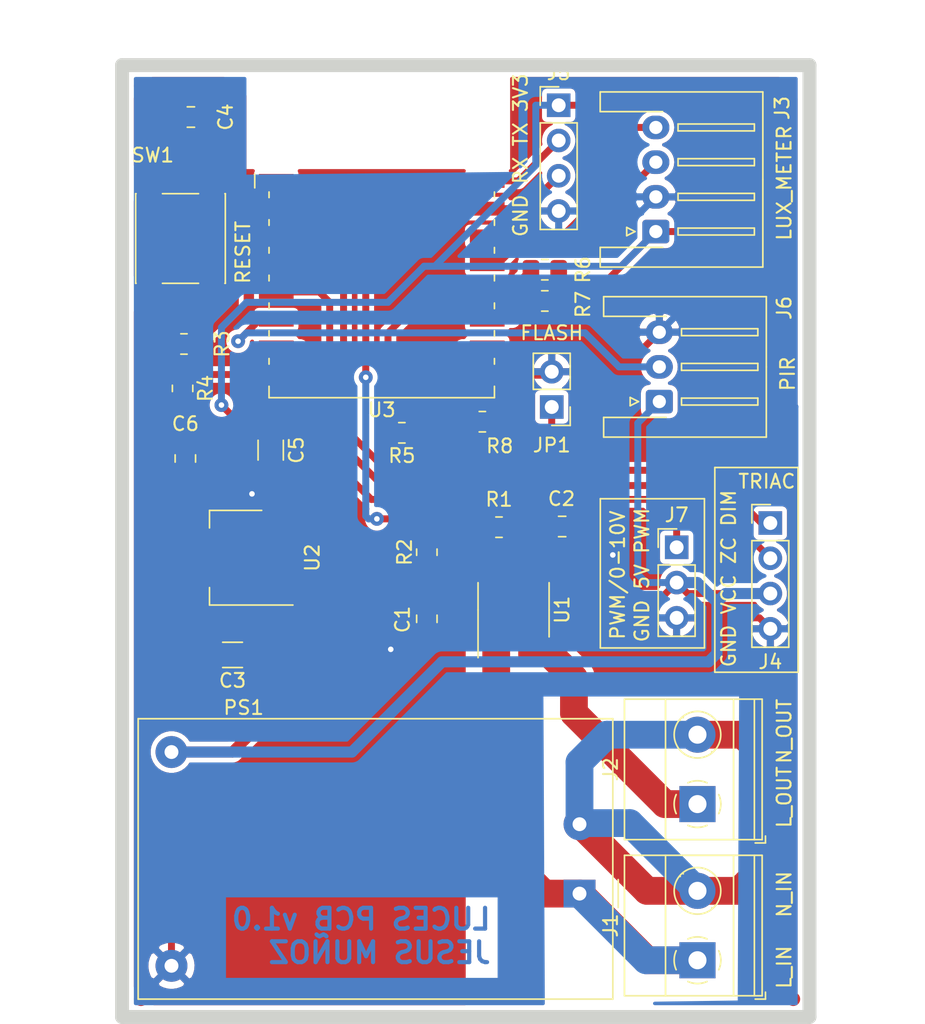
<source format=kicad_pcb>
(kicad_pcb (version 20171130) (host pcbnew "(5.1.10)-1")
  (layers (0 F.Cu signal hide) (31 B.Cu signal) (34 B.Paste user) (35 F.Paste user) (36 B.SilkS user) (37 F.SilkS user) (38 B.Mask user) (39 F.Mask user) (44 Edge.Cuts user))
  (net 0 "")
  (net 1 /N_in)
  (net 2 /L_in)
  (net 3 Earth)
  (net 4 "Net-(R1-Pad1)")
  (net 5 +5V)
  (net 6 "Net-(R1-Pad2)")
  (net 7 /SCL)
  (net 8 /SDA)
  (net 9 +3V3)
  (net 10 "Net-(C4-Pad1)")
  (net 11 /PIR)
  (net 12 "Net-(R3-Pad2)")
  (net 13 "Net-(R5-Pad2)")
  (net 14 "Net-(R7-Pad1)")
  (net 15 "Net-(C2-Pad1)")
  (net 16 "Net-(J2-Pad1)")
  (net 17 "Net-(J5-Pad2)")
  (net 18 "Net-(J5-Pad3)")
  (net 19 "Net-(JP1-Pad1)")
  (net 20 /ZC)
  (net 21 /PWM)
  (net 22 /DIM)
  (net 23 "Net-(R8-Pad1)")
  (module Capacitor_SMD:C_1206_3216Metric (layer F.Cu) (at -14.05 -6.55 270)
    (fp_text reference C5 (at 0 -1.85 90) (layer F.SilkS))
    (fp_text value C10uF)
    (pad 2 smd roundrect (at 1.475 0 270) (size 1.15 1.8) (layers F.Cu F.Paste F.Mask) (roundrect_rratio 0.2173904347826087) (net 3 Earth))
    (pad 1 smd roundrect (at -1.475 0 270) (size 1.15 1.8) (layers F.Cu F.Paste F.Mask) (roundrect_rratio 0.2173904347826087) (net 9 +3V3))
  )
  (module Resistor_SMD:R_0805_2012Metric_Pad1.20x1.40mm_HandSolder (layer F.Cu) (at 1.2 -8.6)
    (fp_text reference R8 (at 1.25 1.75) (layer F.SilkS))
    (fp_text value 12K)
    (pad 1 smd roundrect (at -1 0) (size 1.2 1.4) (layers F.Cu F.Paste F.Mask) (roundrect_rratio 0.2083325) (net 23 "Net-(R8-Pad1)"))
    (pad 2 smd roundrect (at 1 0) (size 1.2 1.4) (layers F.Cu F.Paste F.Mask) (roundrect_rratio 0.2083325) (net 3 Earth))
  )
  (module Connector_PinHeader_2.54mm:PinHeader_1x03_P2.54mm_Vertical (layer F.Cu) (at 15.2 0.45)
    (fp_text reference J7 (at 0 -2.33) (layer F.SilkS))
    (fp_text value PWM/0-10V)
    (pad 3 thru_hole oval (at 0 5.08) (size 1.7 1.7) (drill 1) (layers *.Cu *.Mask) (net 3 Earth))
    (pad 2 thru_hole oval (at 0 2.54) (size 1.7 1.7) (drill 1) (layers *.Cu *.Mask) (net 5 +5V))
    (pad 1 thru_hole rect (at 0 0) (size 1.7 1.7) (drill 1) (layers *.Cu *.Mask) (net 21 /PWM))
  )
  (module Connector_PinHeader_2.54mm:PinHeader_1x04_P2.54mm_Vertical (layer F.Cu) (at 21.95 -1.3)
    (fp_text reference J4 (at 0 10) (layer F.SilkS))
    (fp_text value TRIAC)
    (pad 4 thru_hole oval (at 0 7.62) (size 1.7 1.7) (drill 1) (layers *.Cu *.Mask) (net 3 Earth))
    (pad 3 thru_hole oval (at 0 5.08) (size 1.7 1.7) (drill 1) (layers *.Cu *.Mask) (net 5 +5V))
    (pad 2 thru_hole oval (at 0 2.54) (size 1.7 1.7) (drill 1) (layers *.Cu *.Mask) (net 20 /ZC))
    (pad 1 thru_hole rect (at 0 0) (size 1.7 1.7) (drill 1) (layers *.Cu *.Mask) (net 22 /DIM))
  )
  (module LUCES:ESP-12 (layer F.Cu) (at -6.05 -21.05)
    (fp_text reference U3 (at 0 11.6) (layer F.SilkS))
    (fp_text value ESP-12)
    (pad 16 smd rect (at 7.6 -4.9) (size 2.5 1) (layers F.Cu F.Paste F.Mask) (net 17 "Net-(J5-Pad2)"))
    (pad 15 smd rect (at 7.6 -2.9) (size 2.5 1) (layers F.Cu F.Paste F.Mask) (net 18 "Net-(J5-Pad3)"))
    (pad 14 smd rect (at 7.6 -0.9) (size 2.5 1) (layers F.Cu F.Paste F.Mask) (net 7 /SCL))
    (pad 13 smd rect (at 7.6 1.1) (size 2.5 1) (layers F.Cu F.Paste F.Mask) (net 8 /SDA))
    (pad 12 smd rect (at 7.6 3.1) (size 2.5 1) (layers F.Cu F.Paste F.Mask) (net 13 "Net-(R5-Pad2)"))
    (pad 11 smd rect (at 7.6 5.1) (size 2.5 1) (layers F.Cu F.Paste F.Mask) (net 14 "Net-(R7-Pad1)"))
    (pad 10 smd rect (at 7.6 7.1) (size 2.5 1) (layers F.Cu F.Paste F.Mask) (net 23 "Net-(R8-Pad1)"))
    (pad 9 smd rect (at 7.6 9.1) (size 2.5 1) (layers F.Cu F.Paste F.Mask) (net 3 Earth))
    (pad 8 smd rect (at -7.6 9.1) (size 2.5 1) (layers F.Cu F.Paste F.Mask) (net 9 +3V3))
    (pad 7 smd rect (at -7.6 7.1) (size 2.5 1) (layers F.Cu F.Paste F.Mask) (net 21 /PWM))
    (pad 6 smd rect (at -7.6 5.1) (size 2.5 1) (layers F.Cu F.Paste F.Mask) (net 11 /PIR))
    (pad 5 smd rect (at -7.6 3.1) (size 2.5 1) (layers F.Cu F.Paste F.Mask) (net 20 /ZC))
    (pad 4 smd rect (at -7.6 1.1) (size 2.5 1) (layers F.Cu F.Paste F.Mask) (net 22 /DIM))
    (pad 3 smd rect (at -7.6 -0.9) (size 2.5 1) (layers F.Cu F.Paste F.Mask) (net 12 "Net-(R3-Pad2)"))
    (pad 2 smd rect (at -7.6 -2.9) (size 2.5 1) (layers F.Cu F.Paste F.Mask) (net 4 "Net-(R1-Pad1)"))
    (pad 1 smd rect (at -7.6 -4.9) (size 2.5 1) (layers F.Cu F.Paste F.Mask) (net 10 "Net-(C4-Pad1)"))
  )
  (module Converter_ACDC:Converter_ACDC_HiLink_HLK-PMxx (layer F.Cu) (at 8.2 25.4 180)
    (fp_text reference PS1 (at 24.2 13.4 180) (layer F.SilkS))
    (fp_text value HLK-PM01)
    (pad 4 thru_hole circle (at 29.4 10.2 180) (size 2.3 2.3) (drill 1) (layers *.Cu *.Mask) (net 5 +5V))
    (pad 2 thru_hole circle (at 0 5 180) (size 2.3 2.3) (drill 1) (layers *.Cu *.Mask) (net 1 /N_in))
    (pad 1 thru_hole rect (at 0 0 180) (size 2.3 2) (drill 1) (layers *.Cu *.Mask) (net 2 /L_in))
    (pad 3 thru_hole circle (at 29.4 -5.2 180) (size 2.3 2.3) (drill 1) (layers *.Cu *.Mask) (net 3 Earth))
  )
  (module Connector_PinHeader_2.54mm:PinHeader_1x02_P2.54mm_Vertical (layer F.Cu) (at 6.2 -9.66 180)
    (fp_text reference JP1 (at 0 -2.75) (layer F.SilkS))
    (fp_text value Jumper_2_Open)
    (pad 2 thru_hole oval (at 0 2.54 180) (size 1.7 1.7) (drill 1) (layers *.Cu *.Mask) (net 3 Earth))
    (pad 1 thru_hole rect (at 0 0 180) (size 1.7 1.7) (drill 1) (layers *.Cu *.Mask) (net 19 "Net-(JP1-Pad1)"))
  )
  (module Capacitor_SMD:C_0805_2012Metric (layer F.Cu) (at -20.2 -5.95 270)
    (fp_text reference C6 (at -2.5 0) (layer F.SilkS))
    (fp_text value 100uF)
    (pad 2 smd roundrect (at 0.95 0 270) (size 1 1.45) (layers F.Cu F.Paste F.Mask) (net 3 Earth))
    (pad 1 smd roundrect (at -0.95 0 270) (size 1 1.45) (layers F.Cu F.Paste F.Mask) (net 9 +3V3))
  )
  (module Capacitor_SMD:C_0805_2012Metric (layer F.Cu) (at -19.8 -30.55 180)
    (fp_text reference C4 (at -2.5 0 90) (layer F.SilkS))
    (fp_text value 470pF)
    (pad 2 smd roundrect (at 0.95 0 180) (size 1 1.45) (layers F.Cu F.Paste F.Mask) (net 3 Earth))
    (pad 1 smd roundrect (at -0.95 0 180) (size 1 1.45) (layers F.Cu F.Paste F.Mask) (net 10 "Net-(C4-Pad1)"))
  )
  (module Capacitor_SMD:C_1206_3216Metric (layer F.Cu) (at -16.8 8.2 180)
    (fp_text reference C3 (at 0 -1.85) (layer F.SilkS))
    (fp_text value 10uF)
    (pad 2 smd roundrect (at 1.475 0 180) (size 1.15 1.8) (layers F.Cu F.Paste F.Mask) (roundrect_rratio 0.2173904347826087) (net 3 Earth))
    (pad 1 smd roundrect (at -1.475 0 180) (size 1.15 1.8) (layers F.Cu F.Paste F.Mask) (roundrect_rratio 0.2173904347826087) (net 5 +5V))
  )
  (module Capacitor_SMD:C_0805_2012Metric (layer F.Cu) (at 6.95 -1.05)
    (fp_text reference C2 (at -0.05 -2) (layer F.SilkS))
    (fp_text value 1nF)
    (pad 2 smd roundrect (at 0.95 0) (size 1 1.45) (layers F.Cu F.Paste F.Mask) (net 3 Earth))
    (pad 1 smd roundrect (at -0.95 0) (size 1 1.45) (layers F.Cu F.Paste F.Mask) (net 15 "Net-(C2-Pad1)"))
  )
  (module Capacitor_SMD:C_0805_2012Metric (layer F.Cu) (at -2.8 5.6 270)
    (fp_text reference C1 (at 0.05 1.75 90) (layer F.SilkS))
    (fp_text value 0.1uF)
    (pad 2 smd roundrect (at 0.95 0 270) (size 1 1.45) (layers F.Cu F.Paste F.Mask) (net 3 Earth))
    (pad 1 smd roundrect (at -0.95 0 270) (size 1 1.45) (layers F.Cu F.Paste F.Mask) (net 5 +5V))
  )
  (module Package_TO_SOT_SMD:SOT-223-3_TabPin2 (layer F.Cu) (at -16.55 1.2 180)
    (fp_text reference U2 (at -5.5 0 90) (layer F.SilkS))
    (fp_text value AMS1117-3.3)
    (pad 1 smd rect (at -3.15 -2.3 180) (size 2 1.5) (layers F.Cu F.Paste F.Mask) (net 3 Earth))
    (pad 3 smd rect (at -3.15 2.3 180) (size 2 1.5) (layers F.Cu F.Paste F.Mask) (net 5 +5V))
    (pad 2 smd rect (at -3.15 0 180) (size 2 1.5) (layers F.Cu F.Paste F.Mask) (net 9 +3V3))
    (pad 2 smd rect (at 3.15 0 180) (size 2 3.8) (layers F.Cu F.Paste F.Mask) (net 9 +3V3))
  )
  (module TerminalBlock_Phoenix:TerminalBlock_Phoenix_MKDS-1,5-2_1x02_P5.00mm_Horizontal (layer F.Cu) (at 16.7 18.95 90)
    (fp_text reference J2 (at 2.5 -6.26 90) (layer F.SilkS))
    (fp_text value Screw_Terminal_01x02)
    (pad 2 thru_hole circle (at 5 0 90) (size 2.6 2.6) (drill 1.3) (layers *.Cu *.Mask) (net 1 /N_in))
    (pad 1 thru_hole rect (at 0 0 90) (size 2.6 2.6) (drill 1.3) (layers *.Cu *.Mask) (net 16 "Net-(J2-Pad1)"))
  )
  (module Button_Switch_SMD:SW_SPST_PTS645 (layer F.Cu) (at -20.55 -21.8 90)
    (fp_text reference SW1 (at 6 -2 180) (layer F.SilkS))
    (fp_text value RESET)
    (pad 2 smd rect (at 3.98 2.25 90) (size 1.55 1.3) (layers F.Cu F.Paste F.Mask) (net 10 "Net-(C4-Pad1)"))
    (pad 1 smd rect (at 3.98 -2.25 90) (size 1.55 1.3) (layers F.Cu F.Paste F.Mask) (net 3 Earth))
    (pad 1 smd rect (at -3.98 -2.25 90) (size 1.55 1.3) (layers F.Cu F.Paste F.Mask) (net 3 Earth))
    (pad 2 smd rect (at -3.98 2.25 90) (size 1.55 1.3) (layers F.Cu F.Paste F.Mask) (net 10 "Net-(C4-Pad1)"))
  )
  (module Connector_PinHeader_2.54mm:PinHeader_1x04_P2.54mm_Vertical (layer F.Cu) (at 6.7 -31.4)
    (fp_text reference J5 (at 0 -2.33) (layer F.SilkS))
    (fp_text value SERIAL)
    (pad 4 thru_hole oval (at 0 7.62) (size 1.7 1.7) (drill 1) (layers *.Cu *.Mask) (net 3 Earth))
    (pad 3 thru_hole oval (at 0 5.08) (size 1.7 1.7) (drill 1) (layers *.Cu *.Mask) (net 18 "Net-(J5-Pad3)"))
    (pad 2 thru_hole oval (at 0 2.54) (size 1.7 1.7) (drill 1) (layers *.Cu *.Mask) (net 17 "Net-(J5-Pad2)"))
    (pad 1 thru_hole rect (at 0 0) (size 1.7 1.7) (drill 1) (layers *.Cu *.Mask) (net 9 +3V3))
  )
  (module Package_SO:SOIC-8_3.9x4.9mm_P1.27mm (layer F.Cu) (at 3.45 4.95 90)
    (fp_text reference U1 (at 0 3.5 90) (layer F.SilkS))
    (fp_text value ACS712xLCTR-05B)
    (pad 8 smd roundrect (at 2.475 -1.905 90) (size 1.95 0.6) (layers F.Cu F.Paste F.Mask) (net 5 +5V))
    (pad 7 smd roundrect (at 2.475 -0.635 90) (size 1.95 0.6) (layers F.Cu F.Paste F.Mask) (net 6 "Net-(R1-Pad2)"))
    (pad 6 smd roundrect (at 2.475 0.635 90) (size 1.95 0.6) (layers F.Cu F.Paste F.Mask) (net 15 "Net-(C2-Pad1)"))
    (pad 5 smd roundrect (at 2.475 1.905 90) (size 1.95 0.6) (layers F.Cu F.Paste F.Mask) (net 3 Earth))
    (pad 4 smd roundrect (at -2.475 1.905 90) (size 1.95 0.6) (layers F.Cu F.Paste F.Mask) (net 16 "Net-(J2-Pad1)"))
    (pad 3 smd roundrect (at -2.475 0.635 90) (size 1.95 0.6) (layers F.Cu F.Paste F.Mask) (net 16 "Net-(J2-Pad1)"))
    (pad 2 smd roundrect (at -2.475 -0.635 90) (size 1.95 0.6) (layers F.Cu F.Paste F.Mask) (net 2 /L_in))
    (pad 1 smd roundrect (at -2.475 -1.905 90) (size 1.95 0.6) (layers F.Cu F.Paste F.Mask) (net 2 /L_in))
  )
  (module Connector_JST:JST_XH_S3B-XH-A-1_1x03_P2.50mm_Horizontal (layer F.Cu) (at 13.95 -10.05 90)
    (fp_text reference J6 (at 6.75 9 90) (layer F.SilkS))
    (fp_text value PIR)
    (pad 3 thru_hole oval (at 5 0 90) (size 1.7 1.95) (drill 0.95) (layers *.Cu *.Mask) (net 3 Earth))
    (pad 2 thru_hole oval (at 2.5 0 90) (size 1.7 1.95) (drill 0.95) (layers *.Cu *.Mask) (net 11 /PIR))
    (pad 1 thru_hole roundrect (at 0 0 90) (size 1.7 1.95) (drill 0.95) (layers *.Cu *.Mask) (roundrect_rratio 0.1470588235294118) (net 5 +5V))
  )
  (module TerminalBlock_Phoenix:TerminalBlock_Phoenix_MKDS-1,5-2_1x02_P5.00mm_Horizontal (layer F.Cu) (at 16.7 30.2 90)
    (fp_text reference J1 (at 2.5 -6.26 90) (layer F.SilkS))
    (fp_text value Screw_Terminal_01x02)
    (pad 2 thru_hole circle (at 5 0 90) (size 2.6 2.6) (drill 1.3) (layers *.Cu *.Mask) (net 1 /N_in))
    (pad 1 thru_hole rect (at 0 0 90) (size 2.6 2.6) (drill 1.3) (layers *.Cu *.Mask) (net 2 /L_in))
  )
  (module Connector_JST:JST_XH_S4B-XH-A-1_1x04_P2.50mm_Horizontal (layer F.Cu) (at 13.7 -22.3 90)
    (fp_text reference J3 (at 8.9 9.1 270) (layer F.SilkS))
    (fp_text value LUX_meter)
    (pad 4 thru_hole oval (at 7.5 0 90) (size 1.7 1.95) (drill 0.95) (layers *.Cu *.Mask) (net 7 /SCL))
    (pad 3 thru_hole oval (at 5 0 90) (size 1.7 1.95) (drill 0.95) (layers *.Cu *.Mask) (net 8 /SDA))
    (pad 2 thru_hole oval (at 2.5 0 90) (size 1.7 1.95) (drill 0.95) (layers *.Cu *.Mask) (net 3 Earth))
    (pad 1 thru_hole roundrect (at 0 0 90) (size 1.7 1.95) (drill 0.95) (layers *.Cu *.Mask) (roundrect_rratio 0.1470588235294118) (net 9 +3V3))
  )
  (module Resistor_SMD:R_0805_2012Metric_Pad1.20x1.40mm_HandSolder (layer F.Cu) (at -2.8 0.8 270)
    (fp_text reference R2 (at 0 1.6 90) (layer F.SilkS))
    (fp_text value "100k(1%)")
    (pad 2 smd roundrect (at 1 0 270) (size 1.2 1.4) (layers F.Cu F.Paste F.Mask) (roundrect_rratio 0.2083325) (net 3 Earth))
    (pad 1 smd roundrect (at -1 0 270) (size 1.2 1.4) (layers F.Cu F.Paste F.Mask) (roundrect_rratio 0.2083325) (net 4 "Net-(R1-Pad1)"))
  )
  (module Resistor_SMD:R_0805_2012Metric_Pad1.20x1.40mm_HandSolder (layer F.Cu) (at 2.4 -1)
    (fp_text reference R1 (at 0 -2) (layer F.SilkS))
    (fp_text value "220k(1%)")
    (pad 2 smd roundrect (at 1 0) (size 1.2 1.4) (layers F.Cu F.Paste F.Mask) (roundrect_rratio 0.2083325) (net 6 "Net-(R1-Pad2)"))
    (pad 1 smd roundrect (at -1 0) (size 1.2 1.4) (layers F.Cu F.Paste F.Mask) (roundrect_rratio 0.2083325) (net 4 "Net-(R1-Pad1)"))
  )
  (module Resistor_SMD:R_0805_2012Metric_Pad1.20x1.40mm_HandSolder (layer F.Cu) (at -20.3 -14.2)
    (fp_text reference R3 (at 2.75 0 90) (layer F.SilkS))
    (fp_text value 12K)
    (pad 1 smd roundrect (at -1 0) (size 1.2 1.4) (layers F.Cu F.Paste F.Mask) (roundrect_rratio 0.2083325) (net 9 +3V3))
    (pad 2 smd roundrect (at 1 0) (size 1.2 1.4) (layers F.Cu F.Paste F.Mask) (roundrect_rratio 0.2083325) (net 12 "Net-(R3-Pad2)"))
  )
  (module Resistor_SMD:R_0805_2012Metric_Pad1.20x1.40mm_HandSolder (layer F.Cu) (at -20.4 -11 270)
    (fp_text reference R4 (at 0 -1.65 90) (layer F.SilkS))
    (fp_text value 12K)
    (pad 2 smd roundrect (at 1 0 270) (size 1.2 1.4) (layers F.Cu F.Paste F.Mask) (roundrect_rratio 0.2083325) (net 10 "Net-(C4-Pad1)"))
    (pad 1 smd roundrect (at -1 0 270) (size 1.2 1.4) (layers F.Cu F.Paste F.Mask) (roundrect_rratio 0.2083325) (net 9 +3V3))
  )
  (module Resistor_SMD:R_0805_2012Metric_Pad1.20x1.40mm_HandSolder (layer F.Cu) (at -4.6 -7.8 180)
    (fp_text reference R5 (at 0 -1.65) (layer F.SilkS))
    (fp_text value 470)
    (pad 2 smd roundrect (at 1 0 180) (size 1.2 1.4) (layers F.Cu F.Paste F.Mask) (roundrect_rratio 0.2083325) (net 13 "Net-(R5-Pad2)"))
    (pad 1 smd roundrect (at -1 0 180) (size 1.2 1.4) (layers F.Cu F.Paste F.Mask) (roundrect_rratio 0.2083325) (net 19 "Net-(JP1-Pad1)"))
  )
  (module Resistor_SMD:R_0805_2012Metric_Pad1.20x1.40mm_HandSolder (layer F.Cu) (at 5.7 -19.55)
    (fp_text reference R6 (at 2.75 0 90) (layer F.SilkS))
    (fp_text value 12K)
    (pad 2 smd roundrect (at 1 0) (size 1.2 1.4) (layers F.Cu F.Paste F.Mask) (roundrect_rratio 0.2083325) (net 9 +3V3))
    (pad 1 smd roundrect (at -1 0) (size 1.2 1.4) (layers F.Cu F.Paste F.Mask) (roundrect_rratio 0.2083325) (net 13 "Net-(R5-Pad2)"))
  )
  (module Resistor_SMD:R_0805_2012Metric_Pad1.20x1.40mm_HandSolder (layer F.Cu) (at 5.7 -17.3)
    (fp_text reference R7 (at 2.75 0.25 90) (layer F.SilkS))
    (fp_text value 12K)
    (pad 1 smd roundrect (at -1 0) (size 1.2 1.4) (layers F.Cu F.Paste F.Mask) (roundrect_rratio 0.2083325) (net 14 "Net-(R7-Pad1)"))
    (pad 2 smd roundrect (at 1 0) (size 1.2 1.4) (layers F.Cu F.Paste F.Mask) (roundrect_rratio 0.2083325) (net 9 +3V3))
  )
  (gr_circle (center 0.2 1) (end 0.45 1) (layer F.Cu) (width 0.5))
  (gr_circle (center -11.4 5) (end -11.15 5) (layer F.Cu) (width 0.5))
  (gr_circle (center -21.2 -3.2) (end -20.95 -3.2) (layer F.Cu) (width 0.5))
  (gr_circle (center 23.6 33) (end 23.85 33) (layer F.Cu) (width 0.5))
  (gr_circle (center -23.4 33) (end -23.15 33) (layer F.Cu) (width 0.5))
  (gr_circle (center -23.4 -32.8) (end -23.15 -32.8) (layer F.Cu) (width 0.5))
  (gr_circle (center 23.4 -32.8) (end 23.65 -32.8) (layer F.Cu) (width 0.5))
  (gr_circle (center 3.8 -9.6) (end 4.05 -9.6) (layer F.Cu) (width 0.5))
  (gr_circle (center -16.6 -32.8) (end -16.35 -32.8) (layer F.Cu) (width 0.5))
  (gr_line (start 9.7 -3.05) (end 17.2 -3.05) (layer F.SilkS) (width 0.12))
  (gr_line (start 17.2 7.7) (end 17.2 -3.05) (layer F.SilkS) (width 0.12))
  (gr_line (start 9.7 7.7) (end 17.2 7.7) (layer F.SilkS) (width 0.12))
  (gr_line (start 9.7 -3.05) (end 9.7 7.7) (layer F.SilkS) (width 0.12))
  (gr_line (start 23.95 -5.3) (end 17.95 -5.3) (layer F.SilkS) (width 0.12))
  (gr_line (start 23.95 9.45) (end 23.95 -5.3) (layer F.SilkS) (width 0.12))
  (gr_line (start 17.95 9.45) (end 23.95 9.45) (layer F.SilkS) (width 0.12))
  (gr_line (start 17.95 -5.3) (end 17.95 9.45) (layer F.SilkS) (width 0.12))
  (gr_text "GND 5V PWM" (at 12.7 2.45 90) (layer F.SilkS) (effects (font (size 1 1))))
  (gr_text "GND VCC ZC DIM" (at 18.95 2.7 90) (layer F.SilkS) (effects (font (size 1 1))))
  (gr_text PWM/0-10V (at 10.95 2.45 90) (layer F.SilkS) (effects (font (size 1 1))))
  (gr_text TRIAC (at 21.7 -4.3) (layer F.SilkS) (effects (font (size 1 1))))
  (gr_text PIR (at 23.2 -12.05 90) (layer F.SilkS) (effects (font (size 1 1))))
  (gr_text LUX_METER (at 22.95 -25.8 90) (layer F.SilkS) (effects (font (size 1 1))))
  (gr_text "GND RX TX 3V3" (at 3.95 -27.8 90) (layer F.SilkS) (effects (font (size 1 1))))
  (gr_text "LUCES PCB v1.0\nJESUS MUÑOZ" (at 1.95 28.45) (layer B.Cu) (effects (font (size 1.5 1.5) (thickness 0.3)) (justify left mirror)))
  (gr_text FLASH (at 6.2 -15) (layer F.SilkS) (effects (font (size 1 1))))
  (gr_text RESET (at -16.05 -20.8 90) (layer F.SilkS) (effects (font (size 1 1))))
  (gr_text N_OUT (at 22.95 13.7 90) (layer F.SilkS) (effects (font (size 1 1))))
  (gr_text L_OUT (at 22.95 18.45 90) (layer F.SilkS) (effects (font (size 1 1))))
  (gr_text N_IN (at 22.95 25.45 90) (layer F.SilkS) (effects (font (size 1 1))))
  (gr_text L_IN (at 22.95 30.7 90) (layer F.SilkS) (effects (font (size 1 1))))
  (gr_line (start 24.77 -34.29) (end 24.77 34.29) (layer Edge.Cuts) (width 1))
  (gr_line (start -24.76 -34.29) (end 24.77 -34.29) (layer Edge.Cuts) (width 1))
  (gr_line (start -24.76 34.29) (end -24.76 -34.29) (layer Edge.Cuts) (width 1))
  (gr_line (start 24.77 34.29) (end -24.76 34.29) (layer Edge.Cuts) (width 1))
  (segment (start 13.06 25.2) (end 8.26 20.4) (width 2) (layer F.Cu) (net 1))
  (segment (start 16.7 25.2) (end 13.06 25.2) (width 2) (layer F.Cu) (net 1))
  (segment (start 16.7 25.2) (end 19.7 25.2) (width 2) (layer F.Cu) (net 1))
  (segment (start 19.7 25.2) (end 21.45 23.45) (width 2) (layer F.Cu) (net 1))
  (segment (start 21.45 23.45) (end 21.45 15.45) (width 2) (layer F.Cu) (net 1))
  (segment (start 19.95 13.95) (end 16.7 13.95) (width 2) (layer F.Cu) (net 1))
  (segment (start 21.45 15.45) (end 19.95 13.95) (width 2) (layer F.Cu) (net 1))
  (segment (start 16.7 25.2) (end 11.82 20.32) (width 2) (layer B.Cu) (net 1))
  (segment (start 8.28 20.32) (end 8.2 20.4) (width 2) (layer B.Cu) (net 1))
  (segment (start 11.82 20.32) (end 8.28 20.32) (width 2) (layer B.Cu) (net 1))
  (segment (start 8.2 20.4) (end 8.2 15.93) (width 2) (layer B.Cu) (net 1))
  (segment (start 10.18 13.95) (end 16.7 13.95) (width 2) (layer B.Cu) (net 1))
  (segment (start 8.2 15.93) (end 10.18 13.95) (width 2) (layer B.Cu) (net 1))
  (segment (start 13.06 30.2) (end 16.7 30.2) (width 2) (layer F.Cu) (net 2))
  (segment (start 8.26 25.4) (end 13.06 30.2) (width 2) (layer F.Cu) (net 2))
  (segment (start 5.65 25.4) (end 8.26 25.4) (width 2) (layer F.Cu) (net 2))
  (segment (start 2.2 21.95) (end 5.65 25.4) (width 2) (layer F.Cu) (net 2))
  (segment (start 2.2 8) (end 2.2 21.95) (width 2) (layer F.Cu) (net 2))
  (segment (start 13 30.2) (end 8.2 25.4) (width 2) (layer B.Cu) (net 2))
  (segment (start 16.7 30.2) (end 13 30.2) (width 2) (layer B.Cu) (net 2))
  (segment (start 13.2 -15.05) (end 13.95 -15.05) (width 0.25) (layer F.Cu) (net 3))
  (segment (start -21.2 30.6) (end -21.2 21) (width 0.5) (layer F.Cu) (net 3))
  (segment (start -21.2 21) (end -23.6 18.6) (width 0.5) (layer F.Cu) (net 3))
  (segment (start -23.6 18.6) (end -23.6 12) (width 0.5) (layer F.Cu) (net 3))
  (segment (start -19.8 8.2) (end -18.275 8.2) (width 0.5) (layer F.Cu) (net 3))
  (segment (start -23.6 12) (end -19.8 8.2) (width 0.5) (layer F.Cu) (net 3))
  (segment (start -13.4 3.5) (end -16.9 3.5) (width 0.5) (layer F.Cu) (net 3))
  (segment (start -18.275 4.875) (end -18.275 8.2) (width 0.5) (layer F.Cu) (net 3))
  (segment (start -16.9 3.5) (end -18.275 4.875) (width 0.5) (layer F.Cu) (net 3))
  (segment (start -20 8.2) (end -18.275 8.2) (width 0.5) (layer F.Cu) (net 3))
  (segment (start -23 5.2) (end -20 8.2) (width 0.5) (layer F.Cu) (net 3))
  (segment (start -21.8 -5) (end -23 -3.8) (width 0.5) (layer F.Cu) (net 3))
  (segment (start -20.2 -5) (end -21.8 -5) (width 0.5) (layer F.Cu) (net 3))
  (segment (start 12.68 -23.78) (end 13.7 -24.8) (width 0.5) (layer B.Cu) (net 3))
  (segment (start 6.7 -23.78) (end 12.68 -23.78) (width 0.5) (layer B.Cu) (net 3))
  (segment (start 13.7 -24.8) (end 16 -24.8) (width 0.5) (layer B.Cu) (net 3))
  (segment (start 16 -24.8) (end 17.4 -23.4) (width 0.5) (layer B.Cu) (net 3))
  (segment (start 17.4 -18.5) (end 13.95 -15.05) (width 0.5) (layer B.Cu) (net 3))
  (segment (start 17.4 -23.4) (end 17.4 -18.5) (width 0.5) (layer B.Cu) (net 3))
  (segment (start 5.95 -11.95) (end 6.2 -12.2) (width 0.5) (layer F.Cu) (net 3))
  (segment (start 1.55 -11.95) (end 5.95 -11.95) (width 0.5) (layer F.Cu) (net 3))
  (segment (start 2.2 -11.3) (end 1.55 -11.95) (width 0.5) (layer F.Cu) (net 3))
  (segment (start 2.2 -8.6) (end 2.2 -11.3) (width 0.5) (layer F.Cu) (net 3))
  (segment (start 7.9 0.7) (end 7.9 -1.05) (width 0.5) (layer F.Cu) (net 3))
  (segment (start 6.125 2.475) (end 7.9 0.7) (width 0.5) (layer F.Cu) (net 3))
  (segment (start 5.355 2.475) (end 6.125 2.475) (width 0.5) (layer F.Cu) (net 3))
  (segment (start 21.16 5.53) (end 21.95 6.32) (width 0.5) (layer F.Cu) (net 3))
  (segment (start 15.2 5.53) (end 21.16 5.53) (width 0.5) (layer F.Cu) (net 3))
  (segment (start -20.75 -27.83) (end -22.8 -25.78) (width 0.5) (layer F.Cu) (net 3))
  (segment (start -20.75 -30.55) (end -20.75 -27.83) (width 0.5) (layer F.Cu) (net 3))
  (segment (start -22.8 -25.78) (end -22.8 -17.82) (width 0.5) (layer F.Cu) (net 3))
  (segment (start -22.8 -16.545) (end -23.4 -15.945) (width 0.5) (layer F.Cu) (net 3))
  (segment (start -22.8 -17.82) (end -22.8 -16.545) (width 0.5) (layer F.Cu) (net 3))
  (segment (start -23.4 -3.6) (end -23 -3.2) (width 0.5) (layer F.Cu) (net 3))
  (segment (start -23.4 -15.945) (end -23.4 -3.6) (width 0.5) (layer F.Cu) (net 3))
  (segment (start -23 -3.2) (end -23 5.2) (width 0.5) (layer F.Cu) (net 3))
  (segment (start -23 -3.8) (end -23 -3.2) (width 0.5) (layer F.Cu) (net 3))
  (segment (start -2.8 6.55) (end -2.8 8.6) (width 0.5) (layer F.Cu) (net 3))
  (segment (start -2.8 8.6) (end -5.6 11.4) (width 0.5) (layer F.Cu) (net 3))
  (segment (start -20.906446 21) (end -21.2 21) (width 0.5) (layer F.Cu) (net 3))
  (segment (start -11.306446 11.4) (end -20.906446 21) (width 0.5) (layer F.Cu) (net 3))
  (segment (start -5.6 11.4) (end -11.306446 11.4) (width 0.5) (layer F.Cu) (net 3))
  (segment (start -12.281002 -5.075) (end -14.05 -5.075) (width 0.5) (layer F.Cu) (net 3))
  (segment (start -5.406002 1.8) (end -12.281002 -5.075) (width 0.5) (layer F.Cu) (net 3))
  (segment (start -2.8 1.8) (end -5.406002 1.8) (width 0.5) (layer F.Cu) (net 3))
  (segment (start 11.1 -12.2) (end 13.95 -15.05) (width 0.5) (layer F.Cu) (net 3))
  (segment (start 6.2 -12.2) (end 11.1 -12.2) (width 0.5) (layer F.Cu) (net 3))
  (via (at 10.6 1) (size 1) (drill 0.4) (layers F.Cu B.Cu) (net 3))
  (segment (start 8.55 -1.05) (end 10.6 1) (width 0.5) (layer F.Cu) (net 3))
  (segment (start 7.9 -1.05) (end 8.55 -1.05) (width 0.5) (layer F.Cu) (net 3))
  (segment (start 10.6 1) (end 10.6 4.2) (width 0.5) (layer B.Cu) (net 3))
  (segment (start 11.93 5.53) (end 15.2 5.53) (width 0.5) (layer B.Cu) (net 3))
  (segment (start 10.6 4.2) (end 11.93 5.53) (width 0.5) (layer B.Cu) (net 3))
  (via (at -5.4 7.8) (size 1) (drill 0.4) (layers F.Cu B.Cu) (net 3))
  (segment (start -4.15 6.55) (end -5.4 7.8) (width 0.5) (layer F.Cu) (net 3))
  (segment (start -2.8 6.55) (end -4.15 6.55) (width 0.5) (layer F.Cu) (net 3))
  (segment (start 1.4 1) (end 10.6 1) (width 0.5) (layer B.Cu) (net 3))
  (segment (start -5.4 7.8) (end 1.4 1) (width 0.5) (layer B.Cu) (net 3))
  (via (at -15.4 -3.4) (size 1) (drill 0.4) (layers F.Cu B.Cu) (net 3))
  (segment (start -14.05 -4.75) (end -15.4 -3.4) (width 0.5) (layer F.Cu) (net 3))
  (segment (start -14.05 -5.075) (end -14.05 -4.75) (width 0.5) (layer F.Cu) (net 3))
  (segment (start -5.4 6.6) (end -5.4 7.8) (width 0.5) (layer B.Cu) (net 3))
  (segment (start -15.4 -3.4) (end -5.4 6.6) (width 0.5) (layer B.Cu) (net 3))
  (segment (start 18.35 -15.05) (end 13.95 -15.05) (width 0.5) (layer B.Cu) (net 3))
  (segment (start 23.71999 -9.68001) (end 18.35 -15.05) (width 0.5) (layer B.Cu) (net 3))
  (segment (start 23.71999 5.78001) (end 23.71999 -9.68001) (width 0.5) (layer B.Cu) (net 3))
  (segment (start 23.18 6.32) (end 23.71999 5.78001) (width 0.5) (layer B.Cu) (net 3))
  (segment (start 21.95 6.32) (end 23.18 6.32) (width 0.5) (layer B.Cu) (net 3))
  (segment (start -13.65 -23.95) (end -9.15 -23.95) (width 0.5) (layer F.Cu) (net 4))
  (segment (start -9.15 -23.95) (end -7.2 -22) (width 0.5) (layer F.Cu) (net 4))
  (segment (start -7.2 -22) (end -7.2 -11.8) (width 0.5) (layer F.Cu) (net 4))
  (via (at -7.2 -11.8) (size 1) (drill 0.4) (layers F.Cu B.Cu) (net 4))
  (segment (start -2 -1) (end -2.8 -0.2) (width 0.5) (layer F.Cu) (net 4))
  (segment (start 1.4 -1) (end -2 -1) (width 0.5) (layer F.Cu) (net 4))
  (via (at -6.4 -1.6) (size 1) (drill 0.4) (layers F.Cu B.Cu) (net 4))
  (segment (start -7 -1.6) (end -7.2 -1.8) (width 0.5) (layer B.Cu) (net 4))
  (segment (start -6.4 -1.6) (end -7 -1.6) (width 0.5) (layer B.Cu) (net 4))
  (segment (start -7.2 -1.8) (end -7.2 -11.8) (width 0.5) (layer B.Cu) (net 4))
  (segment (start -3.6 -0.2) (end -2.8 -0.2) (width 0.5) (layer F.Cu) (net 4))
  (segment (start -5 -1.6) (end -3.6 -0.2) (width 0.5) (layer F.Cu) (net 4))
  (segment (start -6.4 -1.6) (end -5 -1.6) (width 0.5) (layer F.Cu) (net 4))
  (segment (start 21.95 3.78) (end 15.99 3.78) (width 0.5) (layer F.Cu) (net 5))
  (segment (start 15.2 2.99) (end 15.99 3.78) (width 0.5) (layer F.Cu) (net 5))
  (segment (start 13.95 -10.05) (end 13.45 -10.05) (width 0.5) (layer F.Cu) (net 5))
  (segment (start 15.2 2.99) (end 12.99 2.99) (width 0.5) (layer B.Cu) (net 5))
  (segment (start 12.99 2.99) (end 12.4 2.4) (width 0.5) (layer B.Cu) (net 5))
  (segment (start 12.4 -8.5) (end 13.95 -10.05) (width 0.5) (layer B.Cu) (net 5))
  (segment (start 12.4 2.4) (end 12.4 -8.5) (width 0.5) (layer B.Cu) (net 5))
  (segment (start -21.2 15.2) (end -16.8 15.2) (width 0.8) (layer F.Cu) (net 5))
  (segment (start -15.325 13.725) (end -15.325 8.2) (width 0.8) (layer F.Cu) (net 5))
  (segment (start -16.8 15.2) (end -15.325 13.725) (width 0.8) (layer F.Cu) (net 5))
  (segment (start -15.325 8.2) (end -10.4 8.2) (width 0.8) (layer F.Cu) (net 5))
  (segment (start -6.85 4.65) (end -2.8 4.65) (width 0.8) (layer F.Cu) (net 5))
  (segment (start -10.4 8.2) (end -6.85 4.65) (width 0.8) (layer F.Cu) (net 5))
  (segment (start -13.4 -1.1) (end -10.5 -1.1) (width 0.8) (layer F.Cu) (net 5))
  (segment (start -6.85 2.55) (end -6.85 4.65) (width 0.8) (layer F.Cu) (net 5))
  (segment (start -10.5 -1.1) (end -6.85 2.55) (width 0.8) (layer F.Cu) (net 5))
  (segment (start 1.545 3.169966) (end 1.545 2.475) (width 0.5) (layer F.Cu) (net 5))
  (segment (start 2.500044 4.12501) (end 1.545 3.169966) (width 0.5) (layer F.Cu) (net 5))
  (segment (start 14.06499 4.12501) (end 2.500044 4.12501) (width 0.5) (layer F.Cu) (net 5))
  (segment (start 15.2 2.99) (end 14.06499 4.12501) (width 0.5) (layer F.Cu) (net 5))
  (segment (start -0.625 2.475) (end -2.8 4.65) (width 0.5) (layer F.Cu) (net 5))
  (segment (start 1.545 2.475) (end -0.625 2.475) (width 0.5) (layer F.Cu) (net 5))
  (segment (start 15.2 2.99) (end 15.69 2.99) (width 0.8) (layer B.Cu) (net 5))
  (segment (start -8.2 15.2) (end -21.2 15.2) (width 0.8) (layer B.Cu) (net 5))
  (segment (start 17.5 8.7) (end -1.7 8.7) (width 0.8) (layer B.Cu) (net 5))
  (segment (start 18.1 8.1) (end 17.5 8.7) (width 0.8) (layer B.Cu) (net 5))
  (segment (start 16.69 2.99) (end 18.1 4.4) (width 0.8) (layer B.Cu) (net 5))
  (segment (start -1.7 8.7) (end -8.2 15.2) (width 0.8) (layer B.Cu) (net 5))
  (segment (start 18.1 4.4) (end 18.1 8.1) (width 0.8) (layer B.Cu) (net 5))
  (segment (start 15.2 2.99) (end 16.69 2.99) (width 0.8) (layer B.Cu) (net 5))
  (segment (start 18.72 3.78) (end 18.1 4.4) (width 0.8) (layer B.Cu) (net 5))
  (segment (start 21.95 3.78) (end 18.72 3.78) (width 0.8) (layer B.Cu) (net 5))
  (segment (start 2.815 -0.415) (end 3.4 -1) (width 0.5) (layer F.Cu) (net 6))
  (segment (start 2.815 2.475) (end 2.815 -0.415) (width 0.5) (layer F.Cu) (net 6))
  (segment (start 13.7 -29.8) (end 11.8 -29.8) (width 0.5) (layer F.Cu) (net 7))
  (segment (start 11.8 -29.8) (end 9.8 -27.8) (width 0.5) (layer F.Cu) (net 7))
  (segment (start 6.942002 -21.95) (end 1.55 -21.95) (width 0.5) (layer F.Cu) (net 7))
  (segment (start 9.8 -24.807998) (end 6.942002 -21.95) (width 0.5) (layer F.Cu) (net 7))
  (segment (start 9.8 -27.8) (end 9.8 -24.807998) (width 0.5) (layer F.Cu) (net 7))
  (segment (start 7.54999 -21.14999) (end 13.7 -27.3) (width 0.5) (layer F.Cu) (net 8))
  (segment (start 3.49999 -21.14999) (end 7.54999 -21.14999) (width 0.5) (layer F.Cu) (net 8))
  (segment (start 2.3 -19.95) (end 3.49999 -21.14999) (width 0.5) (layer F.Cu) (net 8))
  (segment (start 1.55 -19.95) (end 2.3 -19.95) (width 0.5) (layer F.Cu) (net 8))
  (segment (start -19.7 1.2) (end -13.4 1.2) (width 0.5) (layer F.Cu) (net 9))
  (segment (start 6.7 -17.3) (end 6.7 -19.55) (width 0.5) (layer F.Cu) (net 9))
  (segment (start 8.7 -17.3) (end 13.7 -22.3) (width 0.5) (layer F.Cu) (net 9))
  (segment (start 6.7 -17.3) (end 8.7 -17.3) (width 0.5) (layer F.Cu) (net 9))
  (segment (start 16.1 -22.3) (end 13.7 -22.3) (width 0.5) (layer F.Cu) (net 9))
  (segment (start 18.4 -24.6) (end 16.1 -22.3) (width 0.5) (layer F.Cu) (net 9))
  (segment (start 18.4 -29.2) (end 18.4 -24.6) (width 0.5) (layer F.Cu) (net 9))
  (segment (start 15.6 -32) (end 18.4 -29.2) (width 0.5) (layer F.Cu) (net 9))
  (segment (start 9 -32) (end 15.6 -32) (width 0.5) (layer F.Cu) (net 9))
  (segment (start 8.4 -31.4) (end 9 -32) (width 0.5) (layer F.Cu) (net 9))
  (segment (start 6.7 -31.4) (end 8.4 -31.4) (width 0.5) (layer F.Cu) (net 9))
  (segment (start -13.7 -12) (end -13.65 -11.95) (width 0.5) (layer F.Cu) (net 9))
  (segment (start -20.4 -12) (end -13.7 -12) (width 0.5) (layer F.Cu) (net 9))
  (segment (start -20.4 -12) (end -21.2 -12) (width 0.5) (layer F.Cu) (net 9))
  (segment (start -21.2 -14.1) (end -21.3 -14.2) (width 0.5) (layer F.Cu) (net 9))
  (segment (start -21.2 -12) (end -21.2 -14.1) (width 0.5) (layer F.Cu) (net 9))
  (segment (start -14.05 -11.55) (end -13.65 -11.95) (width 0.5) (layer F.Cu) (net 9))
  (segment (start -14.05 -8.025) (end -14.05 -11.55) (width 0.5) (layer F.Cu) (net 9))
  (segment (start -15.175 -6.9) (end -14.05 -8.025) (width 0.5) (layer F.Cu) (net 9))
  (segment (start -20.2 -6.9) (end -15.175 -6.9) (width 0.5) (layer F.Cu) (net 9))
  (segment (start -19.7 -2.375) (end -15.175 -6.9) (width 0.5) (layer F.Cu) (net 9))
  (segment (start -19.7 1.2) (end -19.7 -2.375) (width 0.5) (layer F.Cu) (net 9))
  (via (at -17.6 -9.8) (size 1) (drill 0.4) (layers F.Cu B.Cu) (net 9))
  (segment (start -15.825 -8.025) (end -17.6 -9.8) (width 0.5) (layer F.Cu) (net 9))
  (segment (start -14.05 -8.025) (end -15.825 -8.025) (width 0.5) (layer F.Cu) (net 9))
  (segment (start -17.6 -9.8) (end -17.6 -15.4) (width 0.5) (layer B.Cu) (net 9))
  (segment (start -17.6 -15.4) (end -15.8 -17.2) (width 0.5) (layer B.Cu) (net 9))
  (segment (start -5.6 -17.2) (end -3 -19.8) (width 0.5) (layer B.Cu) (net 9))
  (segment (start -15.8 -17.2) (end -5.6 -17.2) (width 0.5) (layer B.Cu) (net 9))
  (segment (start 11.2 -19.8) (end 13.7 -22.3) (width 0.5) (layer B.Cu) (net 9))
  (segment (start -3 -19.8) (end 11.2 -19.8) (width 0.5) (layer B.Cu) (net 9))
  (segment (start 6.7 -31.4) (end 5.05001 -31.4) (width 0.5) (layer B.Cu) (net 9))
  (segment (start -2.222166 -19.8) (end -3 -19.8) (width 0.5) (layer B.Cu) (net 9))
  (segment (start 5.05001 -27.072176) (end -2.222166 -19.8) (width 0.5) (layer B.Cu) (net 9))
  (segment (start 5.05001 -31.4) (end 5.05001 -27.072176) (width 0.5) (layer B.Cu) (net 9))
  (segment (start -18.85 -26.33) (end -18.3 -25.78) (width 0.5) (layer F.Cu) (net 10))
  (segment (start -18.85 -30.55) (end -18.85 -26.33) (width 0.5) (layer F.Cu) (net 10))
  (segment (start -18.3 -17.82) (end -18.3 -25.78) (width 0.5) (layer F.Cu) (net 10))
  (segment (start -13.82 -25.78) (end -13.65 -25.95) (width 0.5) (layer F.Cu) (net 10))
  (segment (start -18.3 -25.78) (end -13.82 -25.78) (width 0.5) (layer F.Cu) (net 10))
  (segment (start -20.4 -10) (end -22 -10) (width 0.5) (layer F.Cu) (net 10))
  (segment (start -19.611388 -17.82) (end -18.3 -17.82) (width 0.5) (layer F.Cu) (net 10))
  (segment (start -22.45001 -14.981378) (end -19.611388 -17.82) (width 0.5) (layer F.Cu) (net 10))
  (segment (start -22.45001 -10.45001) (end -22.45001 -14.981378) (width 0.5) (layer F.Cu) (net 10))
  (segment (start -22 -10) (end -22.45001 -10.45001) (width 0.5) (layer F.Cu) (net 10))
  (via (at -16.4 -14.4) (size 1) (drill 0.4) (layers F.Cu B.Cu) (net 11))
  (segment (start -14.85 -15.95) (end -16.4 -14.4) (width 0.5) (layer F.Cu) (net 11))
  (segment (start -13.65 -15.95) (end -14.85 -15.95) (width 0.5) (layer F.Cu) (net 11))
  (segment (start -16.4 -14.4) (end -15.8 -15) (width 0.5) (layer B.Cu) (net 11))
  (segment (start -15.8 -15) (end 8.6 -15) (width 0.5) (layer B.Cu) (net 11))
  (segment (start 11.05 -12.55) (end 13.95 -12.55) (width 0.5) (layer B.Cu) (net 11))
  (segment (start 8.6 -15) (end 11.05 -12.55) (width 0.5) (layer B.Cu) (net 11))
  (segment (start -13.65 -21.95) (end -15.65 -21.95) (width 0.5) (layer F.Cu) (net 12))
  (segment (start -15.65 -21.95) (end -16.6 -21) (width 0.5) (layer F.Cu) (net 12))
  (segment (start -16.6 -16.9) (end -19.3 -14.2) (width 0.5) (layer F.Cu) (net 12))
  (segment (start -16.6 -21) (end -16.6 -16.9) (width 0.5) (layer F.Cu) (net 12))
  (segment (start -5.6 -7.8) (end -5.6 -15) (width 0.5) (layer F.Cu) (net 13))
  (segment (start -2.65 -17.95) (end 1.55 -17.95) (width 0.5) (layer F.Cu) (net 13))
  (segment (start -5.6 -15) (end -2.65 -17.95) (width 0.5) (layer F.Cu) (net 13))
  (segment (start 3.1 -17.95) (end 4.7 -19.55) (width 0.5) (layer F.Cu) (net 13))
  (segment (start 1.55 -17.95) (end 3.1 -17.95) (width 0.5) (layer F.Cu) (net 13))
  (segment (start 3.35 -15.95) (end 4.7 -17.3) (width 0.5) (layer F.Cu) (net 14))
  (segment (start 1.55 -15.95) (end 3.35 -15.95) (width 0.5) (layer F.Cu) (net 14))
  (segment (start 4.085 3.45) (end 4.085 2.475) (width 0.25) (layer F.Cu) (net 15))
  (segment (start 4.085 0.865) (end 6 -1.05) (width 0.5) (layer F.Cu) (net 15))
  (segment (start 4.085 2.475) (end 4.085 0.865) (width 0.5) (layer F.Cu) (net 15))
  (segment (start 4.825 7.425) (end 5.355 7.425) (width 2) (layer F.Cu) (net 16))
  (segment (start 16.7 18.95) (end 14.35 18.95) (width 2) (layer F.Cu) (net 16))
  (segment (start 14.35 18.95) (end 7.8 12.4) (width 2) (layer F.Cu) (net 16))
  (segment (start 7.8 9.87) (end 5.355 7.425) (width 2) (layer F.Cu) (net 16))
  (segment (start 7.8 12.4) (end 7.8 9.87) (width 2) (layer F.Cu) (net 16))
  (segment (start 3.79 -25.95) (end 6.7 -28.86) (width 0.5) (layer F.Cu) (net 17))
  (segment (start 1.55 -25.95) (end 3.79 -25.95) (width 0.5) (layer F.Cu) (net 17))
  (segment (start 4.33 -23.95) (end 6.7 -26.32) (width 0.5) (layer F.Cu) (net 18))
  (segment (start 1.55 -23.95) (end 4.33 -23.95) (width 0.5) (layer F.Cu) (net 18))
  (segment (start 6.2 -7.8) (end 6.2 -9.66) (width 0.5) (layer F.Cu) (net 19))
  (segment (start 5.2 -6.8) (end 6.2 -7.8) (width 0.5) (layer F.Cu) (net 19))
  (segment (start -1.8 -7.8) (end -0.8 -6.8) (width 0.5) (layer F.Cu) (net 19))
  (segment (start -0.8 -6.8) (end 5.2 -6.8) (width 0.5) (layer F.Cu) (net 19))
  (segment (start -3.6 -7.8) (end -1.8 -7.8) (width 0.5) (layer F.Cu) (net 19))
  (segment (start -13.65 -17.95) (end -10.55 -17.95) (width 0.5) (layer F.Cu) (net 20))
  (segment (start -10.55 -17.95) (end -9.8 -17.2) (width 0.5) (layer F.Cu) (net 20))
  (segment (start -9.8 -17.2) (end -9.8 -7.8) (width 0.5) (layer F.Cu) (net 20))
  (segment (start 16.71 -4) (end 21.95 1.24) (width 0.5) (layer F.Cu) (net 20))
  (segment (start -6 -4) (end 16.71 -4) (width 0.5) (layer F.Cu) (net 20))
  (segment (start -9.8 -7.8) (end -6 -4) (width 0.5) (layer F.Cu) (net 20))
  (segment (start 15.2 -0.9) (end 13.1 -3) (width 0.5) (layer F.Cu) (net 21))
  (segment (start 15.2 0.45) (end 15.2 -0.9) (width 0.5) (layer F.Cu) (net 21))
  (segment (start 13.1 -3) (end -6.8 -3) (width 0.5) (layer F.Cu) (net 21))
  (segment (start -6.8 -3) (end -10.8 -7) (width 0.5) (layer F.Cu) (net 21))
  (segment (start -10.8 -7) (end -10.8 -12.8) (width 0.5) (layer F.Cu) (net 21))
  (segment (start -11.95 -13.95) (end -13.65 -13.95) (width 0.5) (layer F.Cu) (net 21))
  (segment (start -10.8 -12.8) (end -11.95 -13.95) (width 0.5) (layer F.Cu) (net 21))
  (segment (start 21.95 -1.3) (end 21.3 -1.3) (width 0.5) (layer F.Cu) (net 22))
  (segment (start 17.50001 -5.09999) (end -5.69999 -5.09999) (width 0.5) (layer F.Cu) (net 22))
  (segment (start 21.3 -1.3) (end 17.50001 -5.09999) (width 0.5) (layer F.Cu) (net 22))
  (segment (start -5.69999 -5.09999) (end -8.8 -8.2) (width 0.5) (layer F.Cu) (net 22))
  (segment (start -8.8 -8.2) (end -8.8 -18.8) (width 0.5) (layer F.Cu) (net 22))
  (segment (start -9.95 -19.95) (end -13.65 -19.95) (width 0.5) (layer F.Cu) (net 22))
  (segment (start -8.8 -18.8) (end -9.95 -19.95) (width 0.5) (layer F.Cu) (net 22))
  (segment (start 0.2 -8.6) (end -0.6 -8.6) (width 0.5) (layer F.Cu) (net 23))
  (segment (start -0.6 -8.6) (end -1.6 -9.6) (width 0.5) (layer F.Cu) (net 23))
  (segment (start -0.2 -13.95) (end 1.55 -13.95) (width 0.5) (layer F.Cu) (net 23))
  (segment (start -1.6 -12.55) (end -0.2 -13.95) (width 0.5) (layer F.Cu) (net 23))
  (segment (start -1.6 -9.6) (end -1.6 -12.55) (width 0.5) (layer F.Cu) (net 23))
  (zone (net 0) (net_name "") (layer F.Cu) (connect_pads (clearance 0.35)) (min_thickness 0.254)
    (keepout (tracks not_allowed) (vias not_allowed) (copperpour not_allowed))
    (fill (arc_segments 32) (thermal_gap 0.508) (thermal_bridge_width 0.508))
    (polygon (pts (xy 3.2 -26.8) (xy -15.8 -26.8) (xy -15.8 -33.8) (xy 3.2 -33.8)))
  )
  (zone (net 0) (net_name "") (layer F.Cu) (connect_pads (clearance 0.35)) (min_thickness 0.254)
    (keepout (tracks allowed) (vias allowed) (copperpour not_allowed))
    (fill (arc_segments 32) (thermal_gap 0.508) (thermal_bridge_width 0.508))
    (polygon (pts (xy 8.2 9.6) (xy 24 9.6) (xy 24 33.2) (xy 0 33.2) (xy 0 5) (xy 6.6 5)))
  )
  (zone (net 0) (net_name "") (layer B.Cu) (connect_pads (clearance 0.35)) (min_thickness 0.254)
    (keepout (tracks not_allowed) (vias not_allowed) (copperpour not_allowed))
    (fill (arc_segments 32) (thermal_gap 0.508) (thermal_bridge_width 0.508))
    (polygon (pts (xy 3.8 -26.6) (xy -15.8 -26.4) (xy -15.8 -33.8) (xy 3.8 -33.8)))
  )
  (zone (net 3) (net_name Earth) (layer F.Cu) (connect_pads (clearance 0.35)) (min_thickness 0.254) (fill yes (arc_segments 32) (thermal_gap 0.508) (thermal_bridge_width 0.508))
    (polygon (pts (xy 24.4 34) (xy -24.4 33.8) (xy -24.4 -33.8) (xy 24.4 -34)))
  )
  (zone (net 0) (net_name "") (layer B.Cu) (connect_pads (clearance 0.35)) (min_thickness 0.254)
    (keepout (tracks allowed) (vias allowed) (copperpour not_allowed))
    (fill (arc_segments 32) (thermal_gap 0.508) (thermal_bridge_width 0.508))
    (polygon (pts (xy 19.6 33.1) (xy 5.7 33.3) (xy 5.6 11.3) (xy 5.6 11.2) (xy 19.7 11.2)))
  )
  (zone (net 3) (net_name Earth) (layer B.Cu) (connect_pads (clearance 0.35)) (min_thickness 0.254) (fill yes (arc_segments 32) (thermal_gap 0.508) (thermal_bridge_width 0.508))
    (polygon (pts (xy 24.2 33.7) (xy -24.2 33.6) (xy -24.1 -33.9) (xy -24.1 -33.8) (xy 24.2 -34)))
  )
)
</source>
